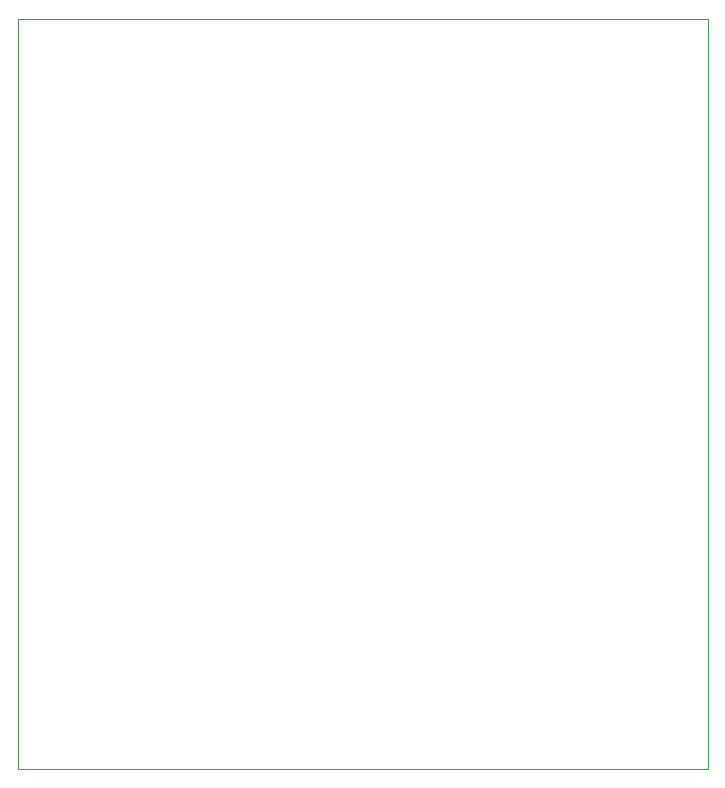
<source format=gbr>
%TF.GenerationSoftware,KiCad,Pcbnew,9.0.0*%
%TF.CreationDate,2025-03-31T20:13:35-04:00*%
%TF.ProjectId,compulator,636f6d70-756c-4617-946f-722e6b696361,rev?*%
%TF.SameCoordinates,Original*%
%TF.FileFunction,Profile,NP*%
%FSLAX46Y46*%
G04 Gerber Fmt 4.6, Leading zero omitted, Abs format (unit mm)*
G04 Created by KiCad (PCBNEW 9.0.0) date 2025-03-31 20:13:35*
%MOMM*%
%LPD*%
G01*
G04 APERTURE LIST*
%TA.AperFunction,Profile*%
%ADD10C,0.050000*%
%TD*%
G04 APERTURE END LIST*
D10*
X171450000Y-58420000D02*
X229870000Y-58420000D01*
X229870000Y-121920000D01*
X171450000Y-121920000D01*
X171450000Y-58420000D01*
M02*

</source>
